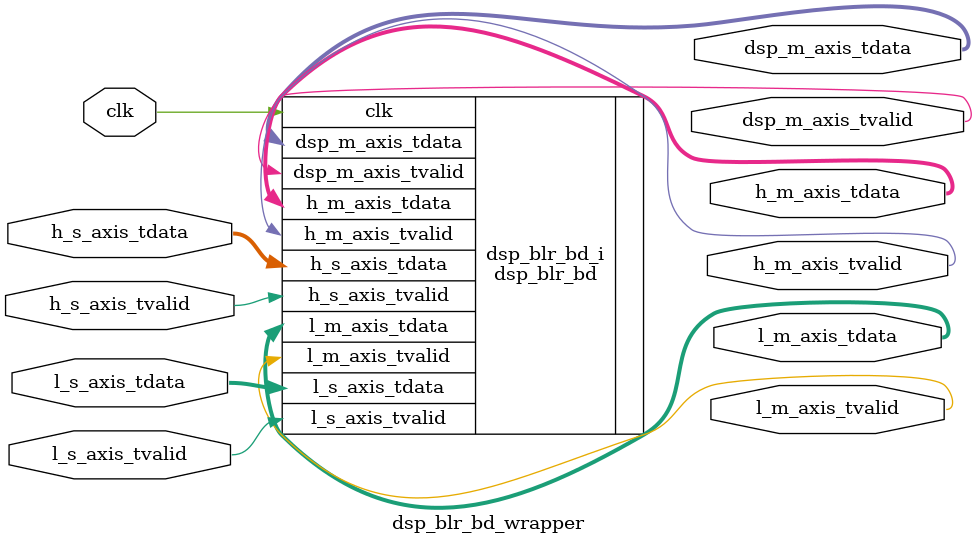
<source format=v>
`timescale 1 ps / 1 ps

module dsp_blr_bd_wrapper
   (clk,
    dsp_m_axis_tdata,
    dsp_m_axis_tvalid,
    h_m_axis_tdata,
    h_m_axis_tvalid,
    h_s_axis_tdata,
    h_s_axis_tvalid,
    l_m_axis_tdata,
    l_m_axis_tvalid,
    l_s_axis_tdata,
    l_s_axis_tvalid);
  input clk;
  output [159:0]dsp_m_axis_tdata;
  output [0:0]dsp_m_axis_tvalid;
  output [127:0]h_m_axis_tdata;
  output [0:0]h_m_axis_tvalid;
  input [127:0]h_s_axis_tdata;
  input [0:0]h_s_axis_tvalid;
  output [31:0]l_m_axis_tdata;
  output [0:0]l_m_axis_tvalid;
  input [31:0]l_s_axis_tdata;
  input [0:0]l_s_axis_tvalid;

  wire clk;
  wire [159:0]dsp_m_axis_tdata;
  wire [0:0]dsp_m_axis_tvalid;
  wire [127:0]h_m_axis_tdata;
  wire [0:0]h_m_axis_tvalid;
  wire [127:0]h_s_axis_tdata;
  wire [0:0]h_s_axis_tvalid;
  wire [31:0]l_m_axis_tdata;
  wire [0:0]l_m_axis_tvalid;
  wire [31:0]l_s_axis_tdata;
  wire [0:0]l_s_axis_tvalid;

  dsp_blr_bd dsp_blr_bd_i
       (.clk(clk),
        .dsp_m_axis_tdata(dsp_m_axis_tdata),
        .dsp_m_axis_tvalid(dsp_m_axis_tvalid),
        .h_m_axis_tdata(h_m_axis_tdata),
        .h_m_axis_tvalid(h_m_axis_tvalid),
        .h_s_axis_tdata(h_s_axis_tdata),
        .h_s_axis_tvalid(h_s_axis_tvalid),
        .l_m_axis_tdata(l_m_axis_tdata),
        .l_m_axis_tvalid(l_m_axis_tvalid),
        .l_s_axis_tdata(l_s_axis_tdata),
        .l_s_axis_tvalid(l_s_axis_tvalid));
endmodule

</source>
